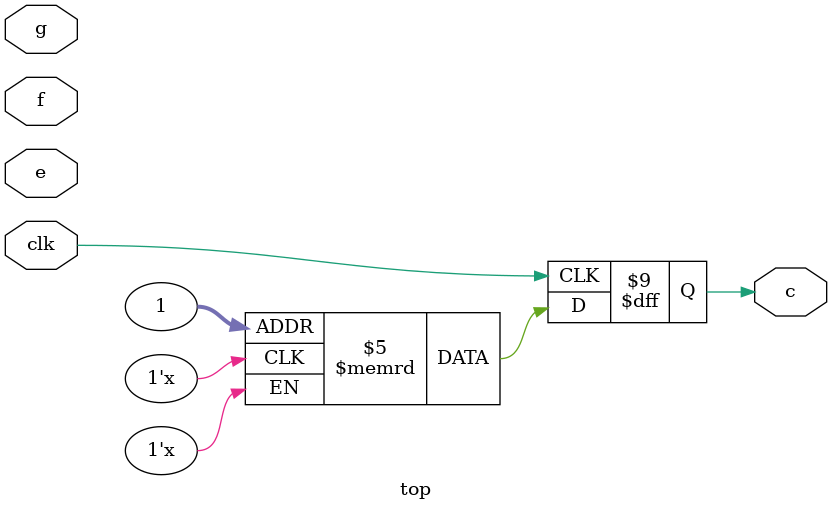
<source format=v>
`timescale 1ns / 1ps


module top(
    input clk,
    input e,
    input f,
    input g,
    output reg c
    );
    wire [32:0] a,b,p;
    wire [32:0] p_;
    wire add;
    reg h[1:0],i,k;
    reg temp;
    always @(*)
    begin
    if (f)
    begin
        temp = g+e;
        end
        else
        begin
         temp =h[1];
         end
    end    
    always @ (posedge clk)
        c <= h[1];
//    adder_gen u (
//    clk,a,b,1,p,p_
//    );
    
//    vio_0 your_instance_name (
//  .clk(clk),                // input wire clk
//  .probe_in0(p),    // input wire [31 : 0] probe_in0
//  .probe_in1(p_),    // input wire [31 : 0] probe_in1
//  .probe_out0(a),  // output wire [32 : 0] probe_out0
//  .probe_out1(b)  // output wire [31 : 0] probe_out1
//);
    
    
endmodule

</source>
